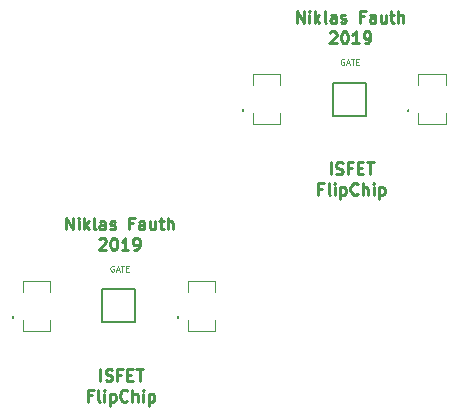
<source format=gbr>
G04 #@! TF.GenerationSoftware,KiCad,Pcbnew,5.0.2-bee76a0~70~ubuntu18.04.1*
G04 #@! TF.CreationDate,2019-05-27T20:40:17+02:00*
G04 #@! TF.ProjectId,upper_Sensor,75707065-725f-4536-956e-736f722e6b69,rev?*
G04 #@! TF.SameCoordinates,Original*
G04 #@! TF.FileFunction,Legend,Top*
G04 #@! TF.FilePolarity,Positive*
%FSLAX46Y46*%
G04 Gerber Fmt 4.6, Leading zero omitted, Abs format (unit mm)*
G04 Created by KiCad (PCBNEW 5.0.2-bee76a0~70~ubuntu18.04.1) date Mo 27 Mai 2019 20:40:17 CEST*
%MOMM*%
%LPD*%
G01*
G04 APERTURE LIST*
%ADD10C,0.250000*%
%ADD11C,0.200000*%
%ADD12C,0.100000*%
%ADD13C,0.125000*%
G04 APERTURE END LIST*
D10*
X105540000Y-73517380D02*
X105540000Y-72517380D01*
X106111428Y-73517380D01*
X106111428Y-72517380D01*
X106587619Y-73517380D02*
X106587619Y-72850714D01*
X106587619Y-72517380D02*
X106540000Y-72565000D01*
X106587619Y-72612619D01*
X106635238Y-72565000D01*
X106587619Y-72517380D01*
X106587619Y-72612619D01*
X107063809Y-73517380D02*
X107063809Y-72517380D01*
X107159047Y-73136428D02*
X107444761Y-73517380D01*
X107444761Y-72850714D02*
X107063809Y-73231666D01*
X108016190Y-73517380D02*
X107920952Y-73469761D01*
X107873333Y-73374523D01*
X107873333Y-72517380D01*
X108825714Y-73517380D02*
X108825714Y-72993571D01*
X108778095Y-72898333D01*
X108682857Y-72850714D01*
X108492380Y-72850714D01*
X108397142Y-72898333D01*
X108825714Y-73469761D02*
X108730476Y-73517380D01*
X108492380Y-73517380D01*
X108397142Y-73469761D01*
X108349523Y-73374523D01*
X108349523Y-73279285D01*
X108397142Y-73184047D01*
X108492380Y-73136428D01*
X108730476Y-73136428D01*
X108825714Y-73088809D01*
X109254285Y-73469761D02*
X109349523Y-73517380D01*
X109540000Y-73517380D01*
X109635238Y-73469761D01*
X109682857Y-73374523D01*
X109682857Y-73326904D01*
X109635238Y-73231666D01*
X109540000Y-73184047D01*
X109397142Y-73184047D01*
X109301904Y-73136428D01*
X109254285Y-73041190D01*
X109254285Y-72993571D01*
X109301904Y-72898333D01*
X109397142Y-72850714D01*
X109540000Y-72850714D01*
X109635238Y-72898333D01*
X111206666Y-72993571D02*
X110873333Y-72993571D01*
X110873333Y-73517380D02*
X110873333Y-72517380D01*
X111349523Y-72517380D01*
X112159047Y-73517380D02*
X112159047Y-72993571D01*
X112111428Y-72898333D01*
X112016190Y-72850714D01*
X111825714Y-72850714D01*
X111730476Y-72898333D01*
X112159047Y-73469761D02*
X112063809Y-73517380D01*
X111825714Y-73517380D01*
X111730476Y-73469761D01*
X111682857Y-73374523D01*
X111682857Y-73279285D01*
X111730476Y-73184047D01*
X111825714Y-73136428D01*
X112063809Y-73136428D01*
X112159047Y-73088809D01*
X113063809Y-72850714D02*
X113063809Y-73517380D01*
X112635238Y-72850714D02*
X112635238Y-73374523D01*
X112682857Y-73469761D01*
X112778095Y-73517380D01*
X112920952Y-73517380D01*
X113016190Y-73469761D01*
X113063809Y-73422142D01*
X113397142Y-72850714D02*
X113778095Y-72850714D01*
X113540000Y-72517380D02*
X113540000Y-73374523D01*
X113587619Y-73469761D01*
X113682857Y-73517380D01*
X113778095Y-73517380D01*
X114111428Y-73517380D02*
X114111428Y-72517380D01*
X114540000Y-73517380D02*
X114540000Y-72993571D01*
X114492380Y-72898333D01*
X114397142Y-72850714D01*
X114254285Y-72850714D01*
X114159047Y-72898333D01*
X114111428Y-72945952D01*
X108325714Y-74362619D02*
X108373333Y-74315000D01*
X108468571Y-74267380D01*
X108706666Y-74267380D01*
X108801904Y-74315000D01*
X108849523Y-74362619D01*
X108897142Y-74457857D01*
X108897142Y-74553095D01*
X108849523Y-74695952D01*
X108278095Y-75267380D01*
X108897142Y-75267380D01*
X109516190Y-74267380D02*
X109611428Y-74267380D01*
X109706666Y-74315000D01*
X109754285Y-74362619D01*
X109801904Y-74457857D01*
X109849523Y-74648333D01*
X109849523Y-74886428D01*
X109801904Y-75076904D01*
X109754285Y-75172142D01*
X109706666Y-75219761D01*
X109611428Y-75267380D01*
X109516190Y-75267380D01*
X109420952Y-75219761D01*
X109373333Y-75172142D01*
X109325714Y-75076904D01*
X109278095Y-74886428D01*
X109278095Y-74648333D01*
X109325714Y-74457857D01*
X109373333Y-74362619D01*
X109420952Y-74315000D01*
X109516190Y-74267380D01*
X110801904Y-75267380D02*
X110230476Y-75267380D01*
X110516190Y-75267380D02*
X110516190Y-74267380D01*
X110420952Y-74410238D01*
X110325714Y-74505476D01*
X110230476Y-74553095D01*
X111278095Y-75267380D02*
X111468571Y-75267380D01*
X111563809Y-75219761D01*
X111611428Y-75172142D01*
X111706666Y-75029285D01*
X111754285Y-74838809D01*
X111754285Y-74457857D01*
X111706666Y-74362619D01*
X111659047Y-74315000D01*
X111563809Y-74267380D01*
X111373333Y-74267380D01*
X111278095Y-74315000D01*
X111230476Y-74362619D01*
X111182857Y-74457857D01*
X111182857Y-74695952D01*
X111230476Y-74791190D01*
X111278095Y-74838809D01*
X111373333Y-74886428D01*
X111563809Y-74886428D01*
X111659047Y-74838809D01*
X111706666Y-74791190D01*
X111754285Y-74695952D01*
X125070000Y-56017380D02*
X125070000Y-55017380D01*
X125641428Y-56017380D01*
X125641428Y-55017380D01*
X126117619Y-56017380D02*
X126117619Y-55350714D01*
X126117619Y-55017380D02*
X126070000Y-55065000D01*
X126117619Y-55112619D01*
X126165238Y-55065000D01*
X126117619Y-55017380D01*
X126117619Y-55112619D01*
X126593809Y-56017380D02*
X126593809Y-55017380D01*
X126689047Y-55636428D02*
X126974761Y-56017380D01*
X126974761Y-55350714D02*
X126593809Y-55731666D01*
X127546190Y-56017380D02*
X127450952Y-55969761D01*
X127403333Y-55874523D01*
X127403333Y-55017380D01*
X128355714Y-56017380D02*
X128355714Y-55493571D01*
X128308095Y-55398333D01*
X128212857Y-55350714D01*
X128022380Y-55350714D01*
X127927142Y-55398333D01*
X128355714Y-55969761D02*
X128260476Y-56017380D01*
X128022380Y-56017380D01*
X127927142Y-55969761D01*
X127879523Y-55874523D01*
X127879523Y-55779285D01*
X127927142Y-55684047D01*
X128022380Y-55636428D01*
X128260476Y-55636428D01*
X128355714Y-55588809D01*
X128784285Y-55969761D02*
X128879523Y-56017380D01*
X129070000Y-56017380D01*
X129165238Y-55969761D01*
X129212857Y-55874523D01*
X129212857Y-55826904D01*
X129165238Y-55731666D01*
X129070000Y-55684047D01*
X128927142Y-55684047D01*
X128831904Y-55636428D01*
X128784285Y-55541190D01*
X128784285Y-55493571D01*
X128831904Y-55398333D01*
X128927142Y-55350714D01*
X129070000Y-55350714D01*
X129165238Y-55398333D01*
X130736666Y-55493571D02*
X130403333Y-55493571D01*
X130403333Y-56017380D02*
X130403333Y-55017380D01*
X130879523Y-55017380D01*
X131689047Y-56017380D02*
X131689047Y-55493571D01*
X131641428Y-55398333D01*
X131546190Y-55350714D01*
X131355714Y-55350714D01*
X131260476Y-55398333D01*
X131689047Y-55969761D02*
X131593809Y-56017380D01*
X131355714Y-56017380D01*
X131260476Y-55969761D01*
X131212857Y-55874523D01*
X131212857Y-55779285D01*
X131260476Y-55684047D01*
X131355714Y-55636428D01*
X131593809Y-55636428D01*
X131689047Y-55588809D01*
X132593809Y-55350714D02*
X132593809Y-56017380D01*
X132165238Y-55350714D02*
X132165238Y-55874523D01*
X132212857Y-55969761D01*
X132308095Y-56017380D01*
X132450952Y-56017380D01*
X132546190Y-55969761D01*
X132593809Y-55922142D01*
X132927142Y-55350714D02*
X133308095Y-55350714D01*
X133070000Y-55017380D02*
X133070000Y-55874523D01*
X133117619Y-55969761D01*
X133212857Y-56017380D01*
X133308095Y-56017380D01*
X133641428Y-56017380D02*
X133641428Y-55017380D01*
X134070000Y-56017380D02*
X134070000Y-55493571D01*
X134022380Y-55398333D01*
X133927142Y-55350714D01*
X133784285Y-55350714D01*
X133689047Y-55398333D01*
X133641428Y-55445952D01*
X127855714Y-56862619D02*
X127903333Y-56815000D01*
X127998571Y-56767380D01*
X128236666Y-56767380D01*
X128331904Y-56815000D01*
X128379523Y-56862619D01*
X128427142Y-56957857D01*
X128427142Y-57053095D01*
X128379523Y-57195952D01*
X127808095Y-57767380D01*
X128427142Y-57767380D01*
X129046190Y-56767380D02*
X129141428Y-56767380D01*
X129236666Y-56815000D01*
X129284285Y-56862619D01*
X129331904Y-56957857D01*
X129379523Y-57148333D01*
X129379523Y-57386428D01*
X129331904Y-57576904D01*
X129284285Y-57672142D01*
X129236666Y-57719761D01*
X129141428Y-57767380D01*
X129046190Y-57767380D01*
X128950952Y-57719761D01*
X128903333Y-57672142D01*
X128855714Y-57576904D01*
X128808095Y-57386428D01*
X128808095Y-57148333D01*
X128855714Y-56957857D01*
X128903333Y-56862619D01*
X128950952Y-56815000D01*
X129046190Y-56767380D01*
X130331904Y-57767380D02*
X129760476Y-57767380D01*
X130046190Y-57767380D02*
X130046190Y-56767380D01*
X129950952Y-56910238D01*
X129855714Y-57005476D01*
X129760476Y-57053095D01*
X130808095Y-57767380D02*
X130998571Y-57767380D01*
X131093809Y-57719761D01*
X131141428Y-57672142D01*
X131236666Y-57529285D01*
X131284285Y-57338809D01*
X131284285Y-56957857D01*
X131236666Y-56862619D01*
X131189047Y-56815000D01*
X131093809Y-56767380D01*
X130903333Y-56767380D01*
X130808095Y-56815000D01*
X130760476Y-56862619D01*
X130712857Y-56957857D01*
X130712857Y-57195952D01*
X130760476Y-57291190D01*
X130808095Y-57338809D01*
X130903333Y-57386428D01*
X131093809Y-57386428D01*
X131189047Y-57338809D01*
X131236666Y-57291190D01*
X131284285Y-57195952D01*
X127931904Y-68857380D02*
X127931904Y-67857380D01*
X128360476Y-68809761D02*
X128503333Y-68857380D01*
X128741428Y-68857380D01*
X128836666Y-68809761D01*
X128884285Y-68762142D01*
X128931904Y-68666904D01*
X128931904Y-68571666D01*
X128884285Y-68476428D01*
X128836666Y-68428809D01*
X128741428Y-68381190D01*
X128550952Y-68333571D01*
X128455714Y-68285952D01*
X128408095Y-68238333D01*
X128360476Y-68143095D01*
X128360476Y-68047857D01*
X128408095Y-67952619D01*
X128455714Y-67905000D01*
X128550952Y-67857380D01*
X128789047Y-67857380D01*
X128931904Y-67905000D01*
X129693809Y-68333571D02*
X129360476Y-68333571D01*
X129360476Y-68857380D02*
X129360476Y-67857380D01*
X129836666Y-67857380D01*
X130217619Y-68333571D02*
X130550952Y-68333571D01*
X130693809Y-68857380D02*
X130217619Y-68857380D01*
X130217619Y-67857380D01*
X130693809Y-67857380D01*
X130979523Y-67857380D02*
X131550952Y-67857380D01*
X131265238Y-68857380D02*
X131265238Y-67857380D01*
X127217619Y-70083571D02*
X126884285Y-70083571D01*
X126884285Y-70607380D02*
X126884285Y-69607380D01*
X127360476Y-69607380D01*
X127884285Y-70607380D02*
X127789047Y-70559761D01*
X127741428Y-70464523D01*
X127741428Y-69607380D01*
X128265238Y-70607380D02*
X128265238Y-69940714D01*
X128265238Y-69607380D02*
X128217619Y-69655000D01*
X128265238Y-69702619D01*
X128312857Y-69655000D01*
X128265238Y-69607380D01*
X128265238Y-69702619D01*
X128741428Y-69940714D02*
X128741428Y-70940714D01*
X128741428Y-69988333D02*
X128836666Y-69940714D01*
X129027142Y-69940714D01*
X129122380Y-69988333D01*
X129170000Y-70035952D01*
X129217619Y-70131190D01*
X129217619Y-70416904D01*
X129170000Y-70512142D01*
X129122380Y-70559761D01*
X129027142Y-70607380D01*
X128836666Y-70607380D01*
X128741428Y-70559761D01*
X130217619Y-70512142D02*
X130170000Y-70559761D01*
X130027142Y-70607380D01*
X129931904Y-70607380D01*
X129789047Y-70559761D01*
X129693809Y-70464523D01*
X129646190Y-70369285D01*
X129598571Y-70178809D01*
X129598571Y-70035952D01*
X129646190Y-69845476D01*
X129693809Y-69750238D01*
X129789047Y-69655000D01*
X129931904Y-69607380D01*
X130027142Y-69607380D01*
X130170000Y-69655000D01*
X130217619Y-69702619D01*
X130646190Y-70607380D02*
X130646190Y-69607380D01*
X131074761Y-70607380D02*
X131074761Y-70083571D01*
X131027142Y-69988333D01*
X130931904Y-69940714D01*
X130789047Y-69940714D01*
X130693809Y-69988333D01*
X130646190Y-70035952D01*
X131550952Y-70607380D02*
X131550952Y-69940714D01*
X131550952Y-69607380D02*
X131503333Y-69655000D01*
X131550952Y-69702619D01*
X131598571Y-69655000D01*
X131550952Y-69607380D01*
X131550952Y-69702619D01*
X132027142Y-69940714D02*
X132027142Y-70940714D01*
X132027142Y-69988333D02*
X132122380Y-69940714D01*
X132312857Y-69940714D01*
X132408095Y-69988333D01*
X132455714Y-70035952D01*
X132503333Y-70131190D01*
X132503333Y-70416904D01*
X132455714Y-70512142D01*
X132408095Y-70559761D01*
X132312857Y-70607380D01*
X132122380Y-70607380D01*
X132027142Y-70559761D01*
D11*
X128100000Y-61100000D02*
X130900000Y-61100000D01*
X130900000Y-63900000D02*
X128100000Y-63900000D01*
X130900000Y-61100000D02*
X130900000Y-63900000D01*
X128100000Y-63900000D02*
X128100000Y-61100000D01*
D10*
X108431904Y-86357380D02*
X108431904Y-85357380D01*
X108860476Y-86309761D02*
X109003333Y-86357380D01*
X109241428Y-86357380D01*
X109336666Y-86309761D01*
X109384285Y-86262142D01*
X109431904Y-86166904D01*
X109431904Y-86071666D01*
X109384285Y-85976428D01*
X109336666Y-85928809D01*
X109241428Y-85881190D01*
X109050952Y-85833571D01*
X108955714Y-85785952D01*
X108908095Y-85738333D01*
X108860476Y-85643095D01*
X108860476Y-85547857D01*
X108908095Y-85452619D01*
X108955714Y-85405000D01*
X109050952Y-85357380D01*
X109289047Y-85357380D01*
X109431904Y-85405000D01*
X110193809Y-85833571D02*
X109860476Y-85833571D01*
X109860476Y-86357380D02*
X109860476Y-85357380D01*
X110336666Y-85357380D01*
X110717619Y-85833571D02*
X111050952Y-85833571D01*
X111193809Y-86357380D02*
X110717619Y-86357380D01*
X110717619Y-85357380D01*
X111193809Y-85357380D01*
X111479523Y-85357380D02*
X112050952Y-85357380D01*
X111765238Y-86357380D02*
X111765238Y-85357380D01*
X107717619Y-87583571D02*
X107384285Y-87583571D01*
X107384285Y-88107380D02*
X107384285Y-87107380D01*
X107860476Y-87107380D01*
X108384285Y-88107380D02*
X108289047Y-88059761D01*
X108241428Y-87964523D01*
X108241428Y-87107380D01*
X108765238Y-88107380D02*
X108765238Y-87440714D01*
X108765238Y-87107380D02*
X108717619Y-87155000D01*
X108765238Y-87202619D01*
X108812857Y-87155000D01*
X108765238Y-87107380D01*
X108765238Y-87202619D01*
X109241428Y-87440714D02*
X109241428Y-88440714D01*
X109241428Y-87488333D02*
X109336666Y-87440714D01*
X109527142Y-87440714D01*
X109622380Y-87488333D01*
X109670000Y-87535952D01*
X109717619Y-87631190D01*
X109717619Y-87916904D01*
X109670000Y-88012142D01*
X109622380Y-88059761D01*
X109527142Y-88107380D01*
X109336666Y-88107380D01*
X109241428Y-88059761D01*
X110717619Y-88012142D02*
X110670000Y-88059761D01*
X110527142Y-88107380D01*
X110431904Y-88107380D01*
X110289047Y-88059761D01*
X110193809Y-87964523D01*
X110146190Y-87869285D01*
X110098571Y-87678809D01*
X110098571Y-87535952D01*
X110146190Y-87345476D01*
X110193809Y-87250238D01*
X110289047Y-87155000D01*
X110431904Y-87107380D01*
X110527142Y-87107380D01*
X110670000Y-87155000D01*
X110717619Y-87202619D01*
X111146190Y-88107380D02*
X111146190Y-87107380D01*
X111574761Y-88107380D02*
X111574761Y-87583571D01*
X111527142Y-87488333D01*
X111431904Y-87440714D01*
X111289047Y-87440714D01*
X111193809Y-87488333D01*
X111146190Y-87535952D01*
X112050952Y-88107380D02*
X112050952Y-87440714D01*
X112050952Y-87107380D02*
X112003333Y-87155000D01*
X112050952Y-87202619D01*
X112098571Y-87155000D01*
X112050952Y-87107380D01*
X112050952Y-87202619D01*
X112527142Y-87440714D02*
X112527142Y-88440714D01*
X112527142Y-87488333D02*
X112622380Y-87440714D01*
X112812857Y-87440714D01*
X112908095Y-87488333D01*
X112955714Y-87535952D01*
X113003333Y-87631190D01*
X113003333Y-87916904D01*
X112955714Y-88012142D01*
X112908095Y-88059761D01*
X112812857Y-88107380D01*
X112622380Y-88107380D01*
X112527142Y-88059761D01*
D11*
X108600000Y-78600000D02*
X111400000Y-78600000D01*
X108600000Y-81400000D02*
X108600000Y-78600000D01*
X111400000Y-81400000D02*
X108600000Y-81400000D01*
X111400000Y-78600000D02*
X111400000Y-81400000D01*
D12*
G04 #@! TO.C,J12*
X123660000Y-63700000D02*
X123660000Y-64610000D01*
X123660000Y-64610000D02*
X121340000Y-64610000D01*
X121340000Y-64610000D02*
X121340000Y-63700000D01*
X123660000Y-61300000D02*
X123660000Y-60390000D01*
X123660000Y-60390000D02*
X121340000Y-60390000D01*
X121340000Y-60390000D02*
X121340000Y-61300000D01*
D11*
X120500000Y-63500000D02*
X120500000Y-63500000D01*
X120500000Y-63400000D02*
X120500000Y-63400000D01*
X120500000Y-63400000D02*
G75*
G02X120500000Y-63500000I0J-50000D01*
G01*
X120500000Y-63500000D02*
G75*
G02X120500000Y-63400000I0J50000D01*
G01*
D12*
G04 #@! TO.C,J11*
X137660000Y-63700000D02*
X137660000Y-64610000D01*
X137660000Y-64610000D02*
X135340000Y-64610000D01*
X135340000Y-64610000D02*
X135340000Y-63700000D01*
X137660000Y-61300000D02*
X137660000Y-60390000D01*
X137660000Y-60390000D02*
X135340000Y-60390000D01*
X135340000Y-60390000D02*
X135340000Y-61300000D01*
D11*
X134500000Y-63500000D02*
X134500000Y-63500000D01*
X134500000Y-63400000D02*
X134500000Y-63400000D01*
X134500000Y-63400000D02*
G75*
G02X134500000Y-63500000I0J-50000D01*
G01*
X134500000Y-63500000D02*
G75*
G02X134500000Y-63400000I0J50000D01*
G01*
G04 #@! TO.C,J12*
X101000000Y-81000000D02*
G75*
G02X101000000Y-80900000I0J50000D01*
G01*
X101000000Y-80900000D02*
G75*
G02X101000000Y-81000000I0J-50000D01*
G01*
X101000000Y-80900000D02*
X101000000Y-80900000D01*
X101000000Y-81000000D02*
X101000000Y-81000000D01*
D12*
X101840000Y-77890000D02*
X101840000Y-78800000D01*
X104160000Y-77890000D02*
X101840000Y-77890000D01*
X104160000Y-78800000D02*
X104160000Y-77890000D01*
X101840000Y-82110000D02*
X101840000Y-81200000D01*
X104160000Y-82110000D02*
X101840000Y-82110000D01*
X104160000Y-81200000D02*
X104160000Y-82110000D01*
D11*
G04 #@! TO.C,J11*
X115000000Y-81000000D02*
G75*
G02X115000000Y-80900000I0J50000D01*
G01*
X115000000Y-80900000D02*
G75*
G02X115000000Y-81000000I0J-50000D01*
G01*
X115000000Y-80900000D02*
X115000000Y-80900000D01*
X115000000Y-81000000D02*
X115000000Y-81000000D01*
D12*
X115840000Y-77890000D02*
X115840000Y-78800000D01*
X118160000Y-77890000D02*
X115840000Y-77890000D01*
X118160000Y-78800000D02*
X118160000Y-77890000D01*
X115840000Y-82110000D02*
X115840000Y-81200000D01*
X118160000Y-82110000D02*
X115840000Y-82110000D01*
X118160000Y-81200000D02*
X118160000Y-82110000D01*
G04 #@! TO.C,GATE*
D13*
X129060000Y-59120000D02*
X129012380Y-59096190D01*
X128940952Y-59096190D01*
X128869523Y-59120000D01*
X128821904Y-59167619D01*
X128798095Y-59215238D01*
X128774285Y-59310476D01*
X128774285Y-59381904D01*
X128798095Y-59477142D01*
X128821904Y-59524761D01*
X128869523Y-59572380D01*
X128940952Y-59596190D01*
X128988571Y-59596190D01*
X129060000Y-59572380D01*
X129083809Y-59548571D01*
X129083809Y-59381904D01*
X128988571Y-59381904D01*
X129274285Y-59453333D02*
X129512380Y-59453333D01*
X129226666Y-59596190D02*
X129393333Y-59096190D01*
X129560000Y-59596190D01*
X129655238Y-59096190D02*
X129940952Y-59096190D01*
X129798095Y-59596190D02*
X129798095Y-59096190D01*
X130107619Y-59334285D02*
X130274285Y-59334285D01*
X130345714Y-59596190D02*
X130107619Y-59596190D01*
X130107619Y-59096190D01*
X130345714Y-59096190D01*
X109560000Y-76620000D02*
X109512380Y-76596190D01*
X109440952Y-76596190D01*
X109369523Y-76620000D01*
X109321904Y-76667619D01*
X109298095Y-76715238D01*
X109274285Y-76810476D01*
X109274285Y-76881904D01*
X109298095Y-76977142D01*
X109321904Y-77024761D01*
X109369523Y-77072380D01*
X109440952Y-77096190D01*
X109488571Y-77096190D01*
X109560000Y-77072380D01*
X109583809Y-77048571D01*
X109583809Y-76881904D01*
X109488571Y-76881904D01*
X109774285Y-76953333D02*
X110012380Y-76953333D01*
X109726666Y-77096190D02*
X109893333Y-76596190D01*
X110060000Y-77096190D01*
X110155238Y-76596190D02*
X110440952Y-76596190D01*
X110298095Y-77096190D02*
X110298095Y-76596190D01*
X110607619Y-76834285D02*
X110774285Y-76834285D01*
X110845714Y-77096190D02*
X110607619Y-77096190D01*
X110607619Y-76596190D01*
X110845714Y-76596190D01*
G04 #@! TD*
M02*

</source>
